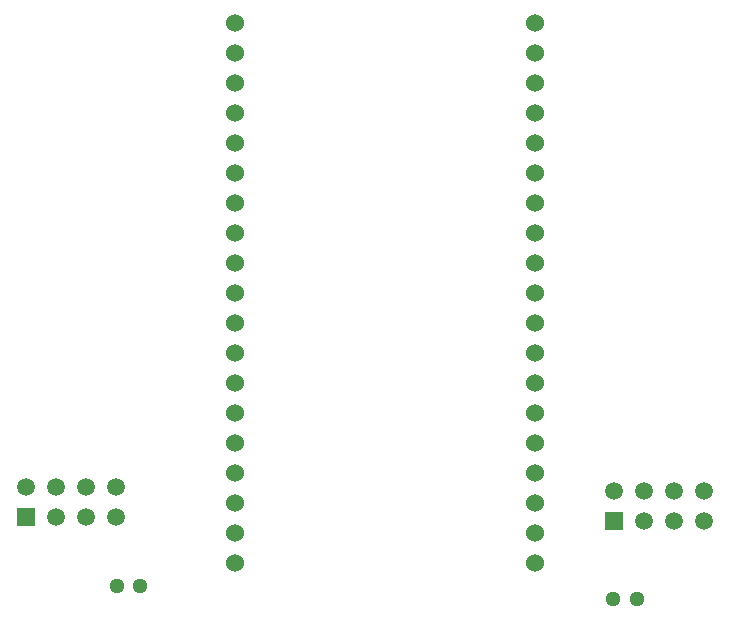
<source format=gtl>
G04 Layer: TopLayer*
G04 EasyEDA v6.5.46, 2025-04-01 16:54:11*
G04 Gerber Generator version 0.2*
G04 Scale: 100 percent, Rotated: No, Reflected: No *
G04 Dimensions in inches *
G04 leading zeros omitted , absolute positions ,3 integer and 6 decimal *
%FSLAX36Y36*%
%MOIN*%

%ADD10C,0.0512*%
%ADD11C,0.0600*%
%ADD12R,0.0594X0.0594*%
%ADD13C,0.0594*%

%LPD*%
D10*
G01*
X2215630Y785000D03*
G01*
X2294369Y785000D03*
G01*
X3870630Y740000D03*
G01*
X3949369Y740000D03*
D11*
G01*
X2610000Y2660000D03*
G01*
X2610000Y2560000D03*
G01*
X2610000Y2460000D03*
G01*
X2610000Y2360000D03*
G01*
X2610000Y2260000D03*
G01*
X2610000Y2160000D03*
G01*
X2610000Y2060000D03*
G01*
X2610000Y1960000D03*
G01*
X2610000Y1860000D03*
G01*
X2610000Y1760000D03*
G01*
X2610000Y1660000D03*
G01*
X2610000Y1560000D03*
G01*
X2610000Y1460000D03*
G01*
X2610000Y1360000D03*
G01*
X2610000Y1260000D03*
G01*
X2610000Y1160000D03*
G01*
X2610000Y1060000D03*
G01*
X2610000Y960000D03*
G01*
X2610000Y860000D03*
G01*
X3610000Y860000D03*
G01*
X3610000Y960000D03*
G01*
X3610000Y1060000D03*
G01*
X3610000Y1160000D03*
G01*
X3610000Y1260000D03*
G01*
X3610000Y1360000D03*
G01*
X3610000Y1460000D03*
G01*
X3610000Y1560000D03*
G01*
X3610000Y1660000D03*
G01*
X3610000Y1760000D03*
G01*
X3610000Y1860000D03*
G01*
X3610000Y1960000D03*
G01*
X3610000Y2060000D03*
G01*
X3610000Y2160000D03*
G01*
X3610000Y2260000D03*
G01*
X3610000Y2360000D03*
G01*
X3610000Y2460000D03*
G01*
X3610000Y2560000D03*
G01*
X3610000Y2660000D03*
D12*
G01*
X1915000Y1015000D03*
D13*
G01*
X1915000Y1115000D03*
G01*
X2015000Y1015000D03*
G01*
X2015000Y1115000D03*
G01*
X2115000Y1015000D03*
G01*
X2115000Y1115000D03*
G01*
X2215000Y1015000D03*
G01*
X2215000Y1115000D03*
D12*
G01*
X3875000Y1000000D03*
D13*
G01*
X3875000Y1100000D03*
G01*
X3975000Y1000000D03*
G01*
X3975000Y1100000D03*
G01*
X4075000Y1000000D03*
G01*
X4075000Y1100000D03*
G01*
X4175000Y1000000D03*
G01*
X4175000Y1100000D03*
M02*

</source>
